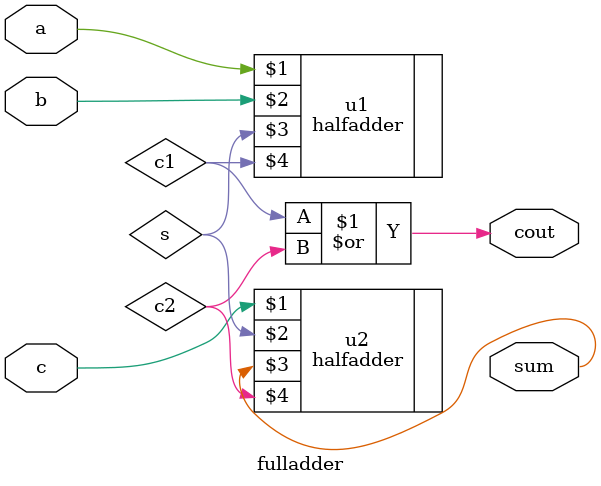
<source format=v>
module fulladder(a, b, c, sum, cout);
	input a, b, c;
	output sum, cout;
	wire s, c1, c2;
	
	halfadder u1 (a, b, s, c1);
	halfadder u2 (c, s, sum, c2);
	or u3 (cout, c1, c2);
endmodule

</source>
